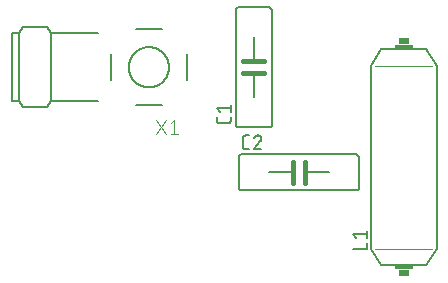
<source format=gbr>
G04 EAGLE Gerber RS-274X export*
G75*
%MOMM*%
%FSLAX34Y34*%
%LPD*%
%INSilkscreen Top*%
%IPPOS*%
%AMOC8*
5,1,8,0,0,1.08239X$1,22.5*%
G01*
%ADD10C,0.152400*%
%ADD11C,0.406400*%
%ADD12C,0.127000*%
%ADD13C,0.050800*%
%ADD14R,1.524000X0.381000*%
%ADD15R,0.812800X0.558800*%
%ADD16C,0.203200*%
%ADD17C,0.101600*%


D10*
X124460Y276860D02*
X124460Y180340D01*
X127000Y177800D02*
X152400Y177800D01*
X154940Y180340D02*
X154940Y276860D01*
X152400Y279400D02*
X127000Y279400D01*
X126900Y279398D01*
X126801Y279392D01*
X126701Y279382D01*
X126603Y279369D01*
X126504Y279351D01*
X126407Y279330D01*
X126311Y279305D01*
X126215Y279276D01*
X126121Y279243D01*
X126028Y279207D01*
X125937Y279167D01*
X125847Y279123D01*
X125759Y279076D01*
X125673Y279026D01*
X125589Y278972D01*
X125507Y278915D01*
X125428Y278855D01*
X125350Y278791D01*
X125276Y278725D01*
X125204Y278656D01*
X125135Y278584D01*
X125069Y278510D01*
X125005Y278432D01*
X124945Y278353D01*
X124888Y278271D01*
X124834Y278187D01*
X124784Y278101D01*
X124737Y278013D01*
X124693Y277923D01*
X124653Y277832D01*
X124617Y277739D01*
X124584Y277645D01*
X124555Y277549D01*
X124530Y277453D01*
X124509Y277356D01*
X124491Y277257D01*
X124478Y277159D01*
X124468Y277059D01*
X124462Y276960D01*
X124460Y276860D01*
X152400Y279400D02*
X152500Y279398D01*
X152599Y279392D01*
X152699Y279382D01*
X152797Y279369D01*
X152896Y279351D01*
X152993Y279330D01*
X153089Y279305D01*
X153185Y279276D01*
X153279Y279243D01*
X153372Y279207D01*
X153463Y279167D01*
X153553Y279123D01*
X153641Y279076D01*
X153727Y279026D01*
X153811Y278972D01*
X153893Y278915D01*
X153972Y278855D01*
X154050Y278791D01*
X154124Y278725D01*
X154196Y278656D01*
X154265Y278584D01*
X154331Y278510D01*
X154395Y278432D01*
X154455Y278353D01*
X154512Y278271D01*
X154566Y278187D01*
X154616Y278101D01*
X154663Y278013D01*
X154707Y277923D01*
X154747Y277832D01*
X154783Y277739D01*
X154816Y277645D01*
X154845Y277549D01*
X154870Y277453D01*
X154891Y277356D01*
X154909Y277257D01*
X154922Y277159D01*
X154932Y277059D01*
X154938Y276960D01*
X154940Y276860D01*
X154940Y180340D02*
X154938Y180240D01*
X154932Y180141D01*
X154922Y180041D01*
X154909Y179943D01*
X154891Y179844D01*
X154870Y179747D01*
X154845Y179651D01*
X154816Y179555D01*
X154783Y179461D01*
X154747Y179368D01*
X154707Y179277D01*
X154663Y179187D01*
X154616Y179099D01*
X154566Y179013D01*
X154512Y178929D01*
X154455Y178847D01*
X154395Y178768D01*
X154331Y178690D01*
X154265Y178616D01*
X154196Y178544D01*
X154124Y178475D01*
X154050Y178409D01*
X153972Y178345D01*
X153893Y178285D01*
X153811Y178228D01*
X153727Y178174D01*
X153641Y178124D01*
X153553Y178077D01*
X153463Y178033D01*
X153372Y177993D01*
X153279Y177957D01*
X153185Y177924D01*
X153089Y177895D01*
X152993Y177870D01*
X152896Y177849D01*
X152797Y177831D01*
X152699Y177818D01*
X152599Y177808D01*
X152500Y177802D01*
X152400Y177800D01*
X127000Y177800D02*
X126900Y177802D01*
X126801Y177808D01*
X126701Y177818D01*
X126603Y177831D01*
X126504Y177849D01*
X126407Y177870D01*
X126311Y177895D01*
X126215Y177924D01*
X126121Y177957D01*
X126028Y177993D01*
X125937Y178033D01*
X125847Y178077D01*
X125759Y178124D01*
X125673Y178174D01*
X125589Y178228D01*
X125507Y178285D01*
X125428Y178345D01*
X125350Y178409D01*
X125276Y178475D01*
X125204Y178544D01*
X125135Y178616D01*
X125069Y178690D01*
X125005Y178768D01*
X124945Y178847D01*
X124888Y178929D01*
X124834Y179013D01*
X124784Y179099D01*
X124737Y179187D01*
X124693Y179277D01*
X124653Y179368D01*
X124617Y179461D01*
X124584Y179555D01*
X124555Y179651D01*
X124530Y179747D01*
X124509Y179844D01*
X124491Y179943D01*
X124478Y180041D01*
X124468Y180141D01*
X124462Y180240D01*
X124460Y180340D01*
X139700Y233680D02*
X139700Y254000D01*
X139700Y223520D02*
X139700Y203200D01*
D11*
X139700Y223520D02*
X130810Y223520D01*
X139700Y223520D02*
X148590Y223520D01*
X139700Y233680D02*
X130810Y233680D01*
X139700Y233680D02*
X148590Y233680D01*
D12*
X120015Y186055D02*
X120015Y183515D01*
X120013Y183415D01*
X120007Y183316D01*
X119997Y183216D01*
X119984Y183118D01*
X119966Y183019D01*
X119945Y182922D01*
X119920Y182826D01*
X119891Y182730D01*
X119858Y182636D01*
X119822Y182543D01*
X119782Y182452D01*
X119738Y182362D01*
X119691Y182274D01*
X119641Y182188D01*
X119587Y182104D01*
X119530Y182022D01*
X119470Y181943D01*
X119406Y181865D01*
X119340Y181791D01*
X119271Y181719D01*
X119199Y181650D01*
X119125Y181584D01*
X119047Y181520D01*
X118968Y181460D01*
X118886Y181403D01*
X118802Y181349D01*
X118716Y181299D01*
X118628Y181252D01*
X118538Y181208D01*
X118447Y181168D01*
X118354Y181132D01*
X118260Y181099D01*
X118164Y181070D01*
X118068Y181045D01*
X117971Y181024D01*
X117872Y181006D01*
X117774Y180993D01*
X117674Y180983D01*
X117575Y180977D01*
X117475Y180975D01*
X111125Y180975D01*
X111025Y180977D01*
X110926Y180983D01*
X110826Y180993D01*
X110728Y181006D01*
X110629Y181024D01*
X110532Y181045D01*
X110436Y181070D01*
X110340Y181099D01*
X110246Y181132D01*
X110153Y181168D01*
X110062Y181208D01*
X109972Y181252D01*
X109884Y181299D01*
X109798Y181349D01*
X109714Y181403D01*
X109632Y181460D01*
X109553Y181520D01*
X109475Y181584D01*
X109401Y181650D01*
X109329Y181719D01*
X109260Y181791D01*
X109194Y181865D01*
X109130Y181943D01*
X109070Y182022D01*
X109013Y182104D01*
X108959Y182188D01*
X108909Y182274D01*
X108862Y182362D01*
X108818Y182452D01*
X108778Y182543D01*
X108742Y182636D01*
X108709Y182730D01*
X108680Y182826D01*
X108655Y182922D01*
X108634Y183019D01*
X108616Y183118D01*
X108603Y183216D01*
X108593Y183316D01*
X108587Y183415D01*
X108585Y183515D01*
X108585Y186055D01*
X111125Y190537D02*
X108585Y193712D01*
X120015Y193712D01*
X120015Y190537D02*
X120015Y196887D01*
D10*
X129540Y154940D02*
X226060Y154940D01*
X127000Y152400D02*
X127000Y127000D01*
X129540Y124460D02*
X226060Y124460D01*
X228600Y127000D02*
X228600Y152400D01*
X228598Y152500D01*
X228592Y152599D01*
X228582Y152699D01*
X228569Y152797D01*
X228551Y152896D01*
X228530Y152993D01*
X228505Y153089D01*
X228476Y153185D01*
X228443Y153279D01*
X228407Y153372D01*
X228367Y153463D01*
X228323Y153553D01*
X228276Y153641D01*
X228226Y153727D01*
X228172Y153811D01*
X228115Y153893D01*
X228055Y153972D01*
X227991Y154050D01*
X227925Y154124D01*
X227856Y154196D01*
X227784Y154265D01*
X227710Y154331D01*
X227632Y154395D01*
X227553Y154455D01*
X227471Y154512D01*
X227387Y154566D01*
X227301Y154616D01*
X227213Y154663D01*
X227123Y154707D01*
X227032Y154747D01*
X226939Y154783D01*
X226845Y154816D01*
X226749Y154845D01*
X226653Y154870D01*
X226556Y154891D01*
X226457Y154909D01*
X226359Y154922D01*
X226259Y154932D01*
X226160Y154938D01*
X226060Y154940D01*
X228600Y127000D02*
X228598Y126900D01*
X228592Y126801D01*
X228582Y126701D01*
X228569Y126603D01*
X228551Y126504D01*
X228530Y126407D01*
X228505Y126311D01*
X228476Y126215D01*
X228443Y126121D01*
X228407Y126028D01*
X228367Y125937D01*
X228323Y125847D01*
X228276Y125759D01*
X228226Y125673D01*
X228172Y125589D01*
X228115Y125507D01*
X228055Y125428D01*
X227991Y125350D01*
X227925Y125276D01*
X227856Y125204D01*
X227784Y125135D01*
X227710Y125069D01*
X227632Y125005D01*
X227553Y124945D01*
X227471Y124888D01*
X227387Y124834D01*
X227301Y124784D01*
X227213Y124737D01*
X227123Y124693D01*
X227032Y124653D01*
X226939Y124617D01*
X226845Y124584D01*
X226749Y124555D01*
X226653Y124530D01*
X226556Y124509D01*
X226457Y124491D01*
X226359Y124478D01*
X226259Y124468D01*
X226160Y124462D01*
X226060Y124460D01*
X129540Y124460D02*
X129440Y124462D01*
X129341Y124468D01*
X129241Y124478D01*
X129143Y124491D01*
X129044Y124509D01*
X128947Y124530D01*
X128851Y124555D01*
X128755Y124584D01*
X128661Y124617D01*
X128568Y124653D01*
X128477Y124693D01*
X128387Y124737D01*
X128299Y124784D01*
X128213Y124834D01*
X128129Y124888D01*
X128047Y124945D01*
X127968Y125005D01*
X127890Y125069D01*
X127816Y125135D01*
X127744Y125204D01*
X127675Y125276D01*
X127609Y125350D01*
X127545Y125428D01*
X127485Y125507D01*
X127428Y125589D01*
X127374Y125673D01*
X127324Y125759D01*
X127277Y125847D01*
X127233Y125937D01*
X127193Y126028D01*
X127157Y126121D01*
X127124Y126215D01*
X127095Y126311D01*
X127070Y126407D01*
X127049Y126504D01*
X127031Y126603D01*
X127018Y126701D01*
X127008Y126801D01*
X127002Y126900D01*
X127000Y127000D01*
X127000Y152400D02*
X127002Y152500D01*
X127008Y152599D01*
X127018Y152699D01*
X127031Y152797D01*
X127049Y152896D01*
X127070Y152993D01*
X127095Y153089D01*
X127124Y153185D01*
X127157Y153279D01*
X127193Y153372D01*
X127233Y153463D01*
X127277Y153553D01*
X127324Y153641D01*
X127374Y153727D01*
X127428Y153811D01*
X127485Y153893D01*
X127545Y153972D01*
X127609Y154050D01*
X127675Y154124D01*
X127744Y154196D01*
X127816Y154265D01*
X127890Y154331D01*
X127968Y154395D01*
X128047Y154455D01*
X128129Y154512D01*
X128213Y154566D01*
X128299Y154616D01*
X128387Y154663D01*
X128477Y154707D01*
X128568Y154747D01*
X128661Y154783D01*
X128755Y154816D01*
X128851Y154845D01*
X128947Y154870D01*
X129044Y154891D01*
X129143Y154909D01*
X129241Y154922D01*
X129341Y154932D01*
X129440Y154938D01*
X129540Y154940D01*
X182880Y139700D02*
X203200Y139700D01*
X172720Y139700D02*
X152400Y139700D01*
D11*
X172720Y139700D02*
X172720Y148590D01*
X172720Y139700D02*
X172720Y130810D01*
X182880Y139700D02*
X182880Y148590D01*
X182880Y139700D02*
X182880Y130810D01*
D12*
X135255Y159385D02*
X132715Y159385D01*
X132615Y159387D01*
X132516Y159393D01*
X132416Y159403D01*
X132318Y159416D01*
X132219Y159434D01*
X132122Y159455D01*
X132026Y159480D01*
X131930Y159509D01*
X131836Y159542D01*
X131743Y159578D01*
X131652Y159618D01*
X131562Y159662D01*
X131474Y159709D01*
X131388Y159759D01*
X131304Y159813D01*
X131222Y159870D01*
X131143Y159930D01*
X131065Y159994D01*
X130991Y160060D01*
X130919Y160129D01*
X130850Y160201D01*
X130784Y160275D01*
X130720Y160353D01*
X130660Y160432D01*
X130603Y160514D01*
X130549Y160598D01*
X130499Y160684D01*
X130452Y160772D01*
X130408Y160862D01*
X130368Y160953D01*
X130332Y161046D01*
X130299Y161140D01*
X130270Y161236D01*
X130245Y161332D01*
X130224Y161429D01*
X130206Y161528D01*
X130193Y161626D01*
X130183Y161726D01*
X130177Y161825D01*
X130175Y161925D01*
X130175Y168275D01*
X130177Y168375D01*
X130183Y168474D01*
X130193Y168574D01*
X130206Y168672D01*
X130224Y168771D01*
X130245Y168868D01*
X130270Y168964D01*
X130299Y169060D01*
X130332Y169154D01*
X130368Y169247D01*
X130408Y169338D01*
X130452Y169428D01*
X130499Y169516D01*
X130549Y169602D01*
X130603Y169686D01*
X130660Y169768D01*
X130720Y169847D01*
X130784Y169925D01*
X130850Y169999D01*
X130919Y170071D01*
X130991Y170140D01*
X131065Y170206D01*
X131143Y170270D01*
X131222Y170330D01*
X131304Y170387D01*
X131388Y170441D01*
X131474Y170491D01*
X131562Y170538D01*
X131652Y170582D01*
X131743Y170622D01*
X131836Y170658D01*
X131930Y170691D01*
X132026Y170720D01*
X132122Y170745D01*
X132219Y170766D01*
X132318Y170784D01*
X132416Y170797D01*
X132516Y170807D01*
X132615Y170813D01*
X132715Y170815D01*
X135255Y170815D01*
X143230Y170816D02*
X143334Y170814D01*
X143439Y170808D01*
X143543Y170799D01*
X143646Y170786D01*
X143749Y170768D01*
X143851Y170748D01*
X143953Y170723D01*
X144053Y170695D01*
X144153Y170663D01*
X144251Y170627D01*
X144348Y170588D01*
X144443Y170546D01*
X144537Y170500D01*
X144629Y170450D01*
X144719Y170398D01*
X144807Y170342D01*
X144893Y170282D01*
X144977Y170220D01*
X145058Y170155D01*
X145137Y170087D01*
X145214Y170015D01*
X145287Y169942D01*
X145359Y169865D01*
X145427Y169786D01*
X145492Y169705D01*
X145554Y169621D01*
X145614Y169535D01*
X145670Y169447D01*
X145722Y169357D01*
X145772Y169265D01*
X145818Y169171D01*
X145860Y169076D01*
X145899Y168979D01*
X145935Y168881D01*
X145967Y168781D01*
X145995Y168681D01*
X146020Y168579D01*
X146040Y168477D01*
X146058Y168374D01*
X146071Y168271D01*
X146080Y168167D01*
X146086Y168062D01*
X146088Y167958D01*
X143230Y170815D02*
X143112Y170813D01*
X142993Y170807D01*
X142875Y170798D01*
X142758Y170785D01*
X142641Y170767D01*
X142524Y170747D01*
X142408Y170722D01*
X142293Y170694D01*
X142180Y170661D01*
X142067Y170626D01*
X141955Y170586D01*
X141845Y170544D01*
X141736Y170497D01*
X141628Y170447D01*
X141523Y170394D01*
X141419Y170337D01*
X141317Y170277D01*
X141217Y170214D01*
X141119Y170147D01*
X141023Y170078D01*
X140930Y170005D01*
X140839Y169929D01*
X140750Y169851D01*
X140664Y169769D01*
X140581Y169685D01*
X140500Y169599D01*
X140423Y169509D01*
X140348Y169418D01*
X140276Y169324D01*
X140207Y169227D01*
X140142Y169129D01*
X140079Y169028D01*
X140020Y168925D01*
X139964Y168821D01*
X139912Y168715D01*
X139863Y168607D01*
X139818Y168498D01*
X139776Y168387D01*
X139738Y168275D01*
X145135Y165736D02*
X145211Y165811D01*
X145286Y165890D01*
X145357Y165971D01*
X145426Y166055D01*
X145491Y166141D01*
X145553Y166229D01*
X145613Y166319D01*
X145669Y166411D01*
X145722Y166506D01*
X145771Y166602D01*
X145817Y166700D01*
X145860Y166799D01*
X145899Y166900D01*
X145934Y167002D01*
X145966Y167105D01*
X145994Y167209D01*
X146019Y167314D01*
X146040Y167421D01*
X146057Y167527D01*
X146070Y167634D01*
X146079Y167742D01*
X146085Y167850D01*
X146087Y167958D01*
X145135Y165735D02*
X139737Y159385D01*
X146087Y159385D01*
D10*
X247650Y60960D02*
X285750Y60960D01*
X247650Y60960D02*
X238760Y74930D01*
X285750Y60960D02*
X294640Y74930D01*
X238760Y74930D02*
X238760Y229870D01*
X294640Y229870D02*
X294640Y74930D01*
X238760Y229870D02*
X247650Y243840D01*
X285750Y243840D02*
X294640Y229870D01*
X285750Y243840D02*
X247650Y243840D01*
D13*
X242570Y74930D02*
X290830Y74930D01*
X290830Y229870D02*
X242570Y229870D01*
D14*
X266700Y245745D03*
X266700Y59055D03*
D15*
X266700Y250444D03*
X266700Y54356D03*
D12*
X235331Y74295D02*
X223901Y74295D01*
X235331Y74295D02*
X235331Y79375D01*
X226441Y83795D02*
X223901Y86970D01*
X235331Y86970D01*
X235331Y83795D02*
X235331Y90145D01*
D16*
X61800Y196600D02*
X39800Y196600D01*
X18800Y217600D02*
X18800Y239600D01*
X39800Y260600D02*
X61800Y260600D01*
X82800Y239600D02*
X82800Y217600D01*
X7800Y199600D02*
X-32200Y199600D01*
X-35200Y194600D01*
X-56200Y194600D02*
X-59200Y199600D01*
X-65200Y199600D01*
X-65200Y257600D01*
X-56200Y194600D02*
X-35200Y194600D01*
X-32200Y257600D02*
X7800Y257600D01*
X-32200Y257600D02*
X-35200Y262600D01*
X-56200Y262600D02*
X-59200Y257600D01*
X-65200Y257600D01*
X-56200Y262600D02*
X-35200Y262600D01*
X-59200Y257600D02*
X-59200Y199600D01*
X-32200Y199600D02*
X-32200Y257600D01*
X33800Y228600D02*
X33805Y229017D01*
X33820Y229434D01*
X33846Y229851D01*
X33882Y230266D01*
X33928Y230681D01*
X33984Y231094D01*
X34050Y231506D01*
X34127Y231917D01*
X34213Y232325D01*
X34309Y232731D01*
X34416Y233134D01*
X34532Y233535D01*
X34658Y233933D01*
X34794Y234327D01*
X34939Y234718D01*
X35094Y235106D01*
X35258Y235489D01*
X35432Y235868D01*
X35615Y236243D01*
X35807Y236614D01*
X36009Y236979D01*
X36219Y237340D01*
X36437Y237695D01*
X36665Y238045D01*
X36901Y238389D01*
X37145Y238727D01*
X37398Y239059D01*
X37659Y239385D01*
X37927Y239704D01*
X38204Y240017D01*
X38488Y240322D01*
X38779Y240621D01*
X39078Y240912D01*
X39383Y241196D01*
X39696Y241473D01*
X40015Y241741D01*
X40341Y242002D01*
X40673Y242255D01*
X41011Y242499D01*
X41355Y242735D01*
X41705Y242963D01*
X42060Y243181D01*
X42421Y243391D01*
X42786Y243593D01*
X43157Y243785D01*
X43532Y243968D01*
X43911Y244142D01*
X44294Y244306D01*
X44682Y244461D01*
X45073Y244606D01*
X45467Y244742D01*
X45865Y244868D01*
X46266Y244984D01*
X46669Y245091D01*
X47075Y245187D01*
X47483Y245273D01*
X47894Y245350D01*
X48306Y245416D01*
X48719Y245472D01*
X49134Y245518D01*
X49549Y245554D01*
X49966Y245580D01*
X50383Y245595D01*
X50800Y245600D01*
X51217Y245595D01*
X51634Y245580D01*
X52051Y245554D01*
X52466Y245518D01*
X52881Y245472D01*
X53294Y245416D01*
X53706Y245350D01*
X54117Y245273D01*
X54525Y245187D01*
X54931Y245091D01*
X55334Y244984D01*
X55735Y244868D01*
X56133Y244742D01*
X56527Y244606D01*
X56918Y244461D01*
X57306Y244306D01*
X57689Y244142D01*
X58068Y243968D01*
X58443Y243785D01*
X58814Y243593D01*
X59179Y243391D01*
X59540Y243181D01*
X59895Y242963D01*
X60245Y242735D01*
X60589Y242499D01*
X60927Y242255D01*
X61259Y242002D01*
X61585Y241741D01*
X61904Y241473D01*
X62217Y241196D01*
X62522Y240912D01*
X62821Y240621D01*
X63112Y240322D01*
X63396Y240017D01*
X63673Y239704D01*
X63941Y239385D01*
X64202Y239059D01*
X64455Y238727D01*
X64699Y238389D01*
X64935Y238045D01*
X65163Y237695D01*
X65381Y237340D01*
X65591Y236979D01*
X65793Y236614D01*
X65985Y236243D01*
X66168Y235868D01*
X66342Y235489D01*
X66506Y235106D01*
X66661Y234718D01*
X66806Y234327D01*
X66942Y233933D01*
X67068Y233535D01*
X67184Y233134D01*
X67291Y232731D01*
X67387Y232325D01*
X67473Y231917D01*
X67550Y231506D01*
X67616Y231094D01*
X67672Y230681D01*
X67718Y230266D01*
X67754Y229851D01*
X67780Y229434D01*
X67795Y229017D01*
X67800Y228600D01*
X67795Y228183D01*
X67780Y227766D01*
X67754Y227349D01*
X67718Y226934D01*
X67672Y226519D01*
X67616Y226106D01*
X67550Y225694D01*
X67473Y225283D01*
X67387Y224875D01*
X67291Y224469D01*
X67184Y224066D01*
X67068Y223665D01*
X66942Y223267D01*
X66806Y222873D01*
X66661Y222482D01*
X66506Y222094D01*
X66342Y221711D01*
X66168Y221332D01*
X65985Y220957D01*
X65793Y220586D01*
X65591Y220221D01*
X65381Y219860D01*
X65163Y219505D01*
X64935Y219155D01*
X64699Y218811D01*
X64455Y218473D01*
X64202Y218141D01*
X63941Y217815D01*
X63673Y217496D01*
X63396Y217183D01*
X63112Y216878D01*
X62821Y216579D01*
X62522Y216288D01*
X62217Y216004D01*
X61904Y215727D01*
X61585Y215459D01*
X61259Y215198D01*
X60927Y214945D01*
X60589Y214701D01*
X60245Y214465D01*
X59895Y214237D01*
X59540Y214019D01*
X59179Y213809D01*
X58814Y213607D01*
X58443Y213415D01*
X58068Y213232D01*
X57689Y213058D01*
X57306Y212894D01*
X56918Y212739D01*
X56527Y212594D01*
X56133Y212458D01*
X55735Y212332D01*
X55334Y212216D01*
X54931Y212109D01*
X54525Y212013D01*
X54117Y211927D01*
X53706Y211850D01*
X53294Y211784D01*
X52881Y211728D01*
X52466Y211682D01*
X52051Y211646D01*
X51634Y211620D01*
X51217Y211605D01*
X50800Y211600D01*
X50383Y211605D01*
X49966Y211620D01*
X49549Y211646D01*
X49134Y211682D01*
X48719Y211728D01*
X48306Y211784D01*
X47894Y211850D01*
X47483Y211927D01*
X47075Y212013D01*
X46669Y212109D01*
X46266Y212216D01*
X45865Y212332D01*
X45467Y212458D01*
X45073Y212594D01*
X44682Y212739D01*
X44294Y212894D01*
X43911Y213058D01*
X43532Y213232D01*
X43157Y213415D01*
X42786Y213607D01*
X42421Y213809D01*
X42060Y214019D01*
X41705Y214237D01*
X41355Y214465D01*
X41011Y214701D01*
X40673Y214945D01*
X40341Y215198D01*
X40015Y215459D01*
X39696Y215727D01*
X39383Y216004D01*
X39078Y216288D01*
X38779Y216579D01*
X38488Y216878D01*
X38204Y217183D01*
X37927Y217496D01*
X37659Y217815D01*
X37398Y218141D01*
X37145Y218473D01*
X36901Y218811D01*
X36665Y219155D01*
X36437Y219505D01*
X36219Y219860D01*
X36009Y220221D01*
X35807Y220586D01*
X35615Y220957D01*
X35432Y221332D01*
X35258Y221711D01*
X35094Y222094D01*
X34939Y222482D01*
X34794Y222873D01*
X34658Y223267D01*
X34532Y223665D01*
X34416Y224066D01*
X34309Y224469D01*
X34213Y224875D01*
X34127Y225283D01*
X34050Y225694D01*
X33984Y226106D01*
X33928Y226519D01*
X33882Y226934D01*
X33846Y227349D01*
X33820Y227766D01*
X33805Y228183D01*
X33800Y228600D01*
D17*
X64911Y183642D02*
X57122Y171958D01*
X64911Y171958D02*
X57122Y183642D01*
X69201Y181046D02*
X72446Y183642D01*
X72446Y171958D01*
X69201Y171958D02*
X75692Y171958D01*
M02*

</source>
